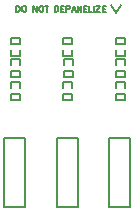
<source format=gto>
G04 #@! TF.FileFunction,Legend,Top*
%FSLAX46Y46*%
G04 Gerber Fmt 4.6, Leading zero omitted, Abs format (unit mm)*
G04 Created by KiCad (PCBNEW (2014-12-04 BZR 5312)-product) date 4/7/2015 10:47:18 PM*
%MOMM*%
G01*
G04 APERTURE LIST*
%ADD10C,0.100000*%
%ADD11C,0.127000*%
%ADD12C,0.150000*%
G04 APERTURE END LIST*
D10*
D11*
X108741028Y-60681810D02*
X108741028Y-60173810D01*
X108861981Y-60173810D01*
X108934552Y-60198000D01*
X108982933Y-60246381D01*
X109007124Y-60294762D01*
X109031314Y-60391524D01*
X109031314Y-60464095D01*
X109007124Y-60560857D01*
X108982933Y-60609238D01*
X108934552Y-60657619D01*
X108861981Y-60681810D01*
X108741028Y-60681810D01*
X109345790Y-60173810D02*
X109442552Y-60173810D01*
X109490933Y-60198000D01*
X109539314Y-60246381D01*
X109563505Y-60343143D01*
X109563505Y-60512476D01*
X109539314Y-60609238D01*
X109490933Y-60657619D01*
X109442552Y-60681810D01*
X109345790Y-60681810D01*
X109297409Y-60657619D01*
X109249028Y-60609238D01*
X109224838Y-60512476D01*
X109224838Y-60343143D01*
X109249028Y-60246381D01*
X109297409Y-60198000D01*
X109345790Y-60173810D01*
X110168266Y-60681810D02*
X110168266Y-60173810D01*
X110458552Y-60681810D01*
X110458552Y-60173810D01*
X110797218Y-60173810D02*
X110893980Y-60173810D01*
X110942361Y-60198000D01*
X110990742Y-60246381D01*
X111014933Y-60343143D01*
X111014933Y-60512476D01*
X110990742Y-60609238D01*
X110942361Y-60657619D01*
X110893980Y-60681810D01*
X110797218Y-60681810D01*
X110748837Y-60657619D01*
X110700456Y-60609238D01*
X110676266Y-60512476D01*
X110676266Y-60343143D01*
X110700456Y-60246381D01*
X110748837Y-60198000D01*
X110797218Y-60173810D01*
X111160075Y-60173810D02*
X111450361Y-60173810D01*
X111305218Y-60681810D02*
X111305218Y-60173810D01*
X112006742Y-60681810D02*
X112006742Y-60173810D01*
X112127695Y-60173810D01*
X112200266Y-60198000D01*
X112248647Y-60246381D01*
X112272838Y-60294762D01*
X112297028Y-60391524D01*
X112297028Y-60464095D01*
X112272838Y-60560857D01*
X112248647Y-60609238D01*
X112200266Y-60657619D01*
X112127695Y-60681810D01*
X112006742Y-60681810D01*
X112514742Y-60415714D02*
X112684076Y-60415714D01*
X112756647Y-60681810D02*
X112514742Y-60681810D01*
X112514742Y-60173810D01*
X112756647Y-60173810D01*
X112974361Y-60681810D02*
X112974361Y-60173810D01*
X113167885Y-60173810D01*
X113216266Y-60198000D01*
X113240457Y-60222190D01*
X113264647Y-60270571D01*
X113264647Y-60343143D01*
X113240457Y-60391524D01*
X113216266Y-60415714D01*
X113167885Y-60439905D01*
X112974361Y-60439905D01*
X113458171Y-60536667D02*
X113700076Y-60536667D01*
X113409790Y-60681810D02*
X113579123Y-60173810D01*
X113748457Y-60681810D01*
X113917790Y-60681810D02*
X113917790Y-60173810D01*
X114208076Y-60681810D01*
X114208076Y-60173810D01*
X114449980Y-60415714D02*
X114619314Y-60415714D01*
X114691885Y-60681810D02*
X114449980Y-60681810D01*
X114449980Y-60173810D01*
X114691885Y-60173810D01*
X115151504Y-60681810D02*
X114909599Y-60681810D01*
X114909599Y-60173810D01*
X115320837Y-60681810D02*
X115320837Y-60173810D01*
X115514361Y-60173810D02*
X115853028Y-60173810D01*
X115514361Y-60681810D01*
X115853028Y-60681810D01*
X116046552Y-60415714D02*
X116215886Y-60415714D01*
X116288457Y-60681810D02*
X116046552Y-60681810D01*
X116046552Y-60173810D01*
X116288457Y-60173810D01*
X116723886Y-60125429D02*
X117159315Y-60778571D01*
X117594744Y-60149619D02*
X117159315Y-60802762D01*
D12*
X107696000Y-77216000D02*
X109474000Y-77216000D01*
X109474000Y-77216000D02*
X109474000Y-71374000D01*
X109474000Y-71374000D02*
X107696000Y-71374000D01*
X107696000Y-71374000D02*
X107696000Y-77216000D01*
X108276120Y-63402400D02*
X109036120Y-63392400D01*
X108275120Y-63906400D02*
X108275120Y-64414400D01*
X108275120Y-64414400D02*
X109037120Y-64414400D01*
X109037120Y-64414400D02*
X109037120Y-63906400D01*
X108275120Y-63398400D02*
X108275120Y-62890400D01*
X108275120Y-62890400D02*
X109037120Y-62890400D01*
X109037120Y-62890400D02*
X109037120Y-63398400D01*
X109046280Y-65731200D02*
X108286280Y-65741200D01*
X109047280Y-65227200D02*
X109047280Y-64719200D01*
X109047280Y-64719200D02*
X108285280Y-64719200D01*
X108285280Y-64719200D02*
X108285280Y-65227200D01*
X109047280Y-65735200D02*
X109047280Y-66243200D01*
X109047280Y-66243200D02*
X108285280Y-66243200D01*
X108285280Y-66243200D02*
X108285280Y-65735200D01*
X109025960Y-67631120D02*
X108265960Y-67641120D01*
X109026960Y-67127120D02*
X109026960Y-66619120D01*
X109026960Y-66619120D02*
X108264960Y-66619120D01*
X108264960Y-66619120D02*
X108264960Y-67127120D01*
X109026960Y-67635120D02*
X109026960Y-68143120D01*
X109026960Y-68143120D02*
X108264960Y-68143120D01*
X108264960Y-68143120D02*
X108264960Y-67635120D01*
X112721120Y-63402400D02*
X113481120Y-63392400D01*
X112720120Y-63906400D02*
X112720120Y-64414400D01*
X112720120Y-64414400D02*
X113482120Y-64414400D01*
X113482120Y-64414400D02*
X113482120Y-63906400D01*
X112720120Y-63398400D02*
X112720120Y-62890400D01*
X112720120Y-62890400D02*
X113482120Y-62890400D01*
X113482120Y-62890400D02*
X113482120Y-63398400D01*
X113491280Y-65731200D02*
X112731280Y-65741200D01*
X113492280Y-65227200D02*
X113492280Y-64719200D01*
X113492280Y-64719200D02*
X112730280Y-64719200D01*
X112730280Y-64719200D02*
X112730280Y-65227200D01*
X113492280Y-65735200D02*
X113492280Y-66243200D01*
X113492280Y-66243200D02*
X112730280Y-66243200D01*
X112730280Y-66243200D02*
X112730280Y-65735200D01*
X113470960Y-67631120D02*
X112710960Y-67641120D01*
X113471960Y-67127120D02*
X113471960Y-66619120D01*
X113471960Y-66619120D02*
X112709960Y-66619120D01*
X112709960Y-66619120D02*
X112709960Y-67127120D01*
X113471960Y-67635120D02*
X113471960Y-68143120D01*
X113471960Y-68143120D02*
X112709960Y-68143120D01*
X112709960Y-68143120D02*
X112709960Y-67635120D01*
X112141000Y-77216000D02*
X113919000Y-77216000D01*
X113919000Y-77216000D02*
X113919000Y-71374000D01*
X113919000Y-71374000D02*
X112141000Y-71374000D01*
X112141000Y-71374000D02*
X112141000Y-77216000D01*
X117166120Y-63402400D02*
X117926120Y-63392400D01*
X117165120Y-63906400D02*
X117165120Y-64414400D01*
X117165120Y-64414400D02*
X117927120Y-64414400D01*
X117927120Y-64414400D02*
X117927120Y-63906400D01*
X117165120Y-63398400D02*
X117165120Y-62890400D01*
X117165120Y-62890400D02*
X117927120Y-62890400D01*
X117927120Y-62890400D02*
X117927120Y-63398400D01*
X117936280Y-65731200D02*
X117176280Y-65741200D01*
X117937280Y-65227200D02*
X117937280Y-64719200D01*
X117937280Y-64719200D02*
X117175280Y-64719200D01*
X117175280Y-64719200D02*
X117175280Y-65227200D01*
X117937280Y-65735200D02*
X117937280Y-66243200D01*
X117937280Y-66243200D02*
X117175280Y-66243200D01*
X117175280Y-66243200D02*
X117175280Y-65735200D01*
X117915960Y-67631120D02*
X117155960Y-67641120D01*
X117916960Y-67127120D02*
X117916960Y-66619120D01*
X117916960Y-66619120D02*
X117154960Y-66619120D01*
X117154960Y-66619120D02*
X117154960Y-67127120D01*
X117916960Y-67635120D02*
X117916960Y-68143120D01*
X117916960Y-68143120D02*
X117154960Y-68143120D01*
X117154960Y-68143120D02*
X117154960Y-67635120D01*
X116586000Y-77216000D02*
X118364000Y-77216000D01*
X118364000Y-77216000D02*
X118364000Y-71374000D01*
X118364000Y-71374000D02*
X116586000Y-71374000D01*
X116586000Y-71374000D02*
X116586000Y-77216000D01*
M02*

</source>
